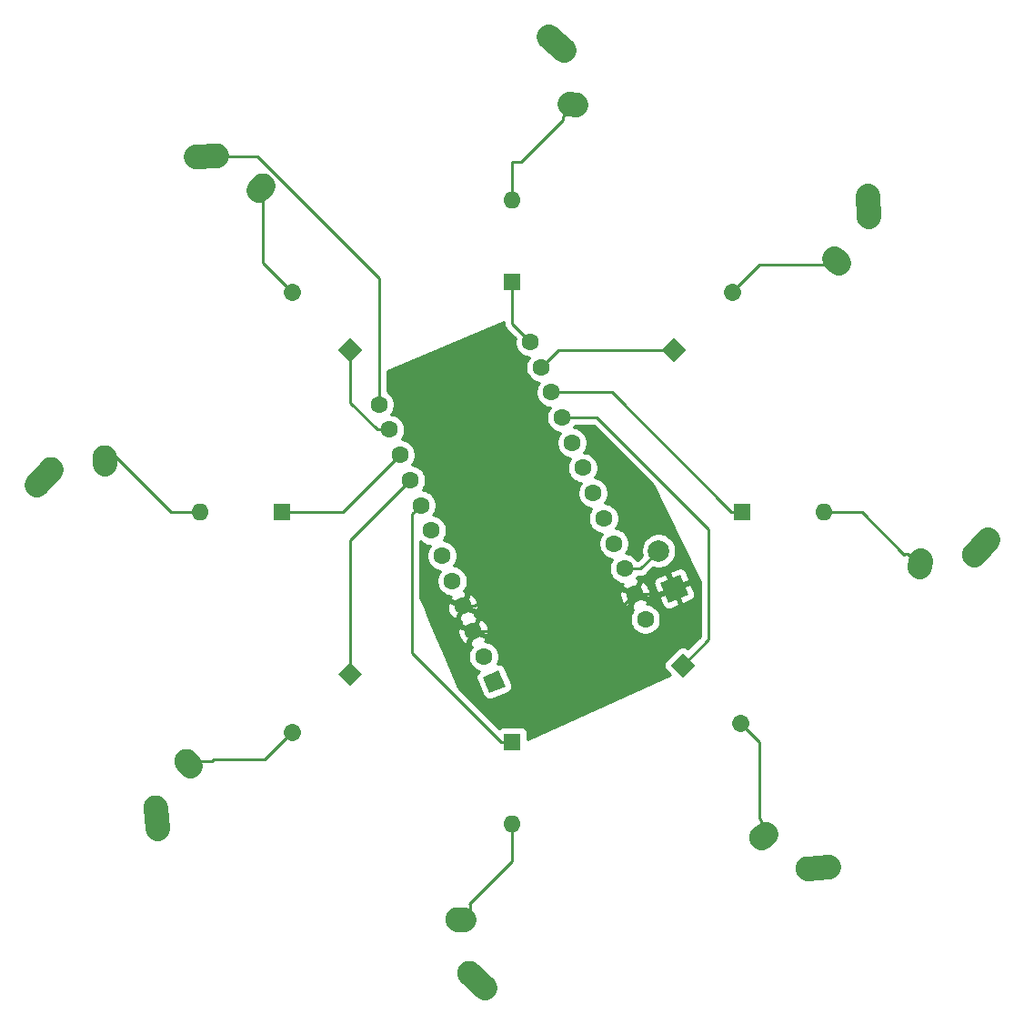
<source format=gbr>
G04 #@! TF.GenerationSoftware,KiCad,Pcbnew,(5.1.5)-3*
G04 #@! TF.CreationDate,2020-04-20T09:44:32-04:00*
G04 #@! TF.ProjectId,OctoPad,4f63746f-5061-4642-9e6b-696361645f70,rev?*
G04 #@! TF.SameCoordinates,Original*
G04 #@! TF.FileFunction,Copper,L2,Bot*
G04 #@! TF.FilePolarity,Positive*
%FSLAX46Y46*%
G04 Gerber Fmt 4.6, Leading zero omitted, Abs format (unit mm)*
G04 Created by KiCad (PCBNEW (5.1.5)-3) date 2020-04-20 09:44:32*
%MOMM*%
%LPD*%
G04 APERTURE LIST*
%ADD10C,1.998980*%
%ADD11C,0.100000*%
%ADD12C,2.250000*%
%ADD13C,2.250000*%
%ADD14C,1.600000*%
%ADD15C,1.600000*%
%ADD16O,1.600000X1.600000*%
%ADD17R,1.600000X1.600000*%
%ADD18C,0.250000*%
%ADD19C,0.254000*%
G04 APERTURE END LIST*
D10*
X173166976Y-117923769D03*
G04 #@! TA.AperFunction,ComponentPad*
D11*
G36*
X175930897Y-121984670D02*
G01*
X174084080Y-122749647D01*
X173319103Y-120902830D01*
X175165920Y-120137853D01*
X175930897Y-121984670D01*
G37*
G04 #@! TD.AperFunction*
D12*
X202525000Y-118300000D03*
D13*
X203835000Y-116840000D02*
X202524998Y-118300000D01*
D12*
X197485000Y-119380000D03*
D13*
X197525000Y-118800000D02*
X197485000Y-119380000D01*
D14*
X171929800Y-124290549D03*
X170957784Y-121943895D03*
X169985768Y-119597241D03*
X169013752Y-117250587D03*
X168041736Y-114903933D03*
X167069720Y-112557279D03*
X166097704Y-110210625D03*
X165125688Y-107863971D03*
X164153672Y-105517317D03*
X163181656Y-103170663D03*
X162209640Y-100824009D03*
X161237624Y-98477355D03*
X147157700Y-104309451D03*
X148129716Y-106656105D03*
X149101732Y-109002759D03*
X150073748Y-111349413D03*
X151045764Y-113696067D03*
X152017780Y-116042721D03*
X152989796Y-118389375D03*
X153961812Y-120736029D03*
X154933828Y-123082683D03*
X155905844Y-125429337D03*
X156877860Y-127775991D03*
G04 #@! TA.AperFunction,ComponentPad*
D11*
G36*
X158895126Y-130555602D02*
G01*
X157416919Y-131167895D01*
X156804626Y-129689688D01*
X158282833Y-129077395D01*
X158895126Y-130555602D01*
G37*
G04 #@! TD.AperFunction*
D12*
X187058090Y-147471194D03*
D13*
X189016776Y-147365128D02*
X187058090Y-147471192D01*
D12*
X182730596Y-144671051D03*
D13*
X183169003Y-144289214D02*
X182730597Y-144671052D01*
D12*
X192714944Y-86785660D03*
D13*
X192608878Y-84826974D02*
X192714942Y-86785660D01*
D12*
X189914801Y-91113154D03*
D13*
X189532964Y-90674747D02*
X189914802Y-91113153D01*
D12*
X164337500Y-71318750D03*
D13*
X162877500Y-70008750D02*
X164337500Y-71318752D01*
D12*
X165417500Y-76358750D03*
D13*
X164837500Y-76318750D02*
X165417500Y-76358750D01*
D12*
X132029410Y-81128806D03*
D13*
X130070724Y-81234872D02*
X132029410Y-81128808D01*
D12*
X136356904Y-83928949D03*
D13*
X135918497Y-84310786D02*
X136356903Y-83928948D01*
D12*
X116562500Y-110300000D03*
D13*
X115252500Y-111760000D02*
X116562502Y-110300000D01*
D12*
X121602500Y-109220000D03*
D13*
X121562500Y-109800000D02*
X121602500Y-109220000D01*
D12*
X126372556Y-141814340D03*
D13*
X126478622Y-143773026D02*
X126372558Y-141814340D01*
D12*
X129172699Y-137486846D03*
D13*
X129554536Y-137925253D02*
X129172698Y-137486847D01*
D12*
X155543750Y-157281250D03*
D13*
X157003750Y-158591250D02*
X155543750Y-157281248D01*
D12*
X154463750Y-152241250D03*
D13*
X155043750Y-152281250D02*
X154463750Y-152241250D01*
D15*
X180806904Y-133975654D02*
X180806904Y-133975654D01*
G04 #@! TA.AperFunction,ComponentPad*
D11*
G36*
X174287379Y-128587500D02*
G01*
X175418750Y-127456129D01*
X176550121Y-128587500D01*
X175418750Y-129718871D01*
X174287379Y-128587500D01*
G37*
G04 #@! TD.AperFunction*
D16*
X188595000Y-114300000D03*
D17*
X180975000Y-114300000D03*
D15*
X180013154Y-93830596D02*
X180013154Y-93830596D01*
G04 #@! TA.AperFunction,ComponentPad*
D11*
G36*
X174625000Y-100350121D02*
G01*
X173493629Y-99218750D01*
X174625000Y-98087379D01*
X175756371Y-99218750D01*
X174625000Y-100350121D01*
G37*
G04 #@! TD.AperFunction*
D16*
X159543750Y-85248750D03*
D17*
X159543750Y-92868750D03*
D15*
X139074346Y-93830596D02*
X139074346Y-93830596D01*
G04 #@! TA.AperFunction,ComponentPad*
D11*
G36*
X145593871Y-99218750D02*
G01*
X144462500Y-100350121D01*
X143331129Y-99218750D01*
X144462500Y-98087379D01*
X145593871Y-99218750D01*
G37*
G04 #@! TD.AperFunction*
D16*
X130492500Y-114300000D03*
D17*
X138112500Y-114300000D03*
D15*
X139074346Y-134769404D02*
X139074346Y-134769404D01*
G04 #@! TA.AperFunction,ComponentPad*
D11*
G36*
X144462500Y-128249879D02*
G01*
X145593871Y-129381250D01*
X144462500Y-130512621D01*
X143331129Y-129381250D01*
X144462500Y-128249879D01*
G37*
G04 #@! TD.AperFunction*
D16*
X159543750Y-143351250D03*
D17*
X159543750Y-135731250D03*
D18*
X155588749Y-151736251D02*
X155043750Y-152281250D01*
X155588749Y-150826249D02*
X155588749Y-151736251D01*
X155575000Y-150812500D02*
X155588749Y-150826249D01*
X159543750Y-146843750D02*
X155575000Y-150812500D01*
X159543750Y-143351250D02*
X159543750Y-146843750D01*
X158493750Y-135731250D02*
X150245765Y-127483265D01*
X150245765Y-114496066D02*
X151045764Y-113696067D01*
X150245765Y-127483265D02*
X150245765Y-114496066D01*
X159543750Y-135731250D02*
X158493750Y-135731250D01*
X139074346Y-134769404D02*
X136525000Y-137318750D01*
X136525000Y-137318750D02*
X131762500Y-137318750D01*
X129992943Y-137486846D02*
X129554536Y-137925253D01*
X131594404Y-137486846D02*
X129992943Y-137486846D01*
X131762500Y-137318750D02*
X131594404Y-137486846D01*
X144462500Y-116960661D02*
X150073748Y-111349413D01*
X144462500Y-129381250D02*
X144462500Y-116960661D01*
X122713750Y-109220000D02*
X121602500Y-109220000D01*
X130492500Y-114300000D02*
X127793750Y-114300000D01*
X127793750Y-114300000D02*
X122713750Y-109220000D01*
X143804491Y-114300000D02*
X149101732Y-109002759D01*
X138112500Y-114300000D02*
X143804491Y-114300000D01*
X136356904Y-91113154D02*
X136356904Y-83928949D01*
X139074346Y-93830596D02*
X136356904Y-91113154D01*
X146998346Y-106656105D02*
X148129716Y-106656105D01*
X144462500Y-104120259D02*
X146998346Y-106656105D01*
X144462500Y-99218750D02*
X144462500Y-104120259D01*
X164292501Y-77483749D02*
X165417500Y-76358750D01*
X159543750Y-85248750D02*
X159543750Y-81756250D01*
X160337500Y-81756250D02*
X164306250Y-77787500D01*
X159543750Y-81756250D02*
X160337500Y-81756250D01*
X164306250Y-77787500D02*
X164292501Y-77773751D01*
X164292501Y-77773751D02*
X164292501Y-77483749D01*
X159543750Y-96783481D02*
X161237624Y-98477355D01*
X159543750Y-92868750D02*
X159543750Y-96783481D01*
X180013154Y-93830596D02*
X182562500Y-91281250D01*
X182562500Y-91281250D02*
X184150000Y-91281250D01*
X184150000Y-91281250D02*
X186531250Y-91281250D01*
X186531250Y-91281250D02*
X187325000Y-91281250D01*
X187325000Y-91281250D02*
X188118750Y-91281250D01*
X188118750Y-91281250D02*
X188912500Y-91281250D01*
X163814899Y-99218750D02*
X162209640Y-100824009D01*
X174625000Y-99218750D02*
X163814899Y-99218750D01*
X196360001Y-118255001D02*
X197485000Y-119380000D01*
X196069999Y-118255001D02*
X196360001Y-118255001D01*
X196056250Y-118268750D02*
X196069999Y-118255001D01*
X192087500Y-114300000D02*
X196056250Y-118268750D01*
X188595000Y-114300000D02*
X192087500Y-114300000D01*
X164313026Y-103170663D02*
X163181656Y-103170663D01*
X168795663Y-103170663D02*
X164313026Y-103170663D01*
X179925000Y-114300000D02*
X168795663Y-103170663D01*
X180975000Y-114300000D02*
X179925000Y-114300000D01*
X182730596Y-143043096D02*
X182730596Y-143850807D01*
X182730596Y-143850807D02*
X183169003Y-144289214D01*
X182562500Y-142875000D02*
X182730596Y-143043096D01*
X182562500Y-135731250D02*
X182562500Y-142875000D01*
X180806904Y-133975654D02*
X182562500Y-135731250D01*
X167429817Y-105517317D02*
X164153672Y-105517317D01*
X177800000Y-115887500D02*
X167429817Y-105517317D01*
X175418750Y-128587500D02*
X177800000Y-126206250D01*
X177800000Y-126206250D02*
X177800000Y-115887500D01*
X147157700Y-103178081D02*
X147157700Y-104309451D01*
X135808829Y-81234872D02*
X147157700Y-92583743D01*
X147157700Y-92583743D02*
X147157700Y-103178081D01*
X130070724Y-81234872D02*
X135808829Y-81234872D01*
X174124855Y-121943895D02*
X174625000Y-121443750D01*
X170957784Y-121943895D02*
X174124855Y-121943895D01*
X167472342Y-125429337D02*
X170957784Y-121943895D01*
X155905844Y-125429337D02*
X167472342Y-125429337D01*
X156065198Y-123082683D02*
X156910381Y-122237500D01*
X154933828Y-123082683D02*
X156065198Y-123082683D01*
X156910381Y-122237500D02*
X164306250Y-122237500D01*
X164306250Y-122237500D02*
X167481250Y-125412500D01*
X171493504Y-119597241D02*
X173166976Y-117923769D01*
X169985768Y-119597241D02*
X171493504Y-119597241D01*
D19*
G36*
X158783751Y-96746149D02*
G01*
X158780074Y-96783481D01*
X158794748Y-96932466D01*
X158838204Y-97075727D01*
X158908776Y-97207757D01*
X158979951Y-97294483D01*
X159003750Y-97323482D01*
X159032748Y-97347280D01*
X159838936Y-98153469D01*
X159802624Y-98336020D01*
X159802624Y-98618690D01*
X159857771Y-98895929D01*
X159965944Y-99157082D01*
X160122987Y-99392114D01*
X160322865Y-99591992D01*
X160557897Y-99749035D01*
X160819050Y-99857208D01*
X161093323Y-99911765D01*
X160937960Y-100144282D01*
X160829787Y-100405435D01*
X160774640Y-100682674D01*
X160774640Y-100965344D01*
X160829787Y-101242583D01*
X160937960Y-101503736D01*
X161095003Y-101738768D01*
X161294881Y-101938646D01*
X161529913Y-102095689D01*
X161791066Y-102203862D01*
X162065339Y-102258419D01*
X161909976Y-102490936D01*
X161801803Y-102752089D01*
X161746656Y-103029328D01*
X161746656Y-103311998D01*
X161801803Y-103589237D01*
X161909976Y-103850390D01*
X162067019Y-104085422D01*
X162266897Y-104285300D01*
X162501929Y-104442343D01*
X162763082Y-104550516D01*
X163037355Y-104605073D01*
X162881992Y-104837590D01*
X162773819Y-105098743D01*
X162718672Y-105375982D01*
X162718672Y-105658652D01*
X162773819Y-105935891D01*
X162881992Y-106197044D01*
X163039035Y-106432076D01*
X163238913Y-106631954D01*
X163473945Y-106788997D01*
X163735098Y-106897170D01*
X164009371Y-106951727D01*
X163854008Y-107184244D01*
X163745835Y-107445397D01*
X163690688Y-107722636D01*
X163690688Y-108005306D01*
X163745835Y-108282545D01*
X163854008Y-108543698D01*
X164011051Y-108778730D01*
X164210929Y-108978608D01*
X164445961Y-109135651D01*
X164707114Y-109243824D01*
X164981387Y-109298381D01*
X164826024Y-109530898D01*
X164717851Y-109792051D01*
X164662704Y-110069290D01*
X164662704Y-110351960D01*
X164717851Y-110629199D01*
X164826024Y-110890352D01*
X164983067Y-111125384D01*
X165182945Y-111325262D01*
X165417977Y-111482305D01*
X165679130Y-111590478D01*
X165953403Y-111645035D01*
X165798040Y-111877552D01*
X165689867Y-112138705D01*
X165634720Y-112415944D01*
X165634720Y-112698614D01*
X165689867Y-112975853D01*
X165798040Y-113237006D01*
X165955083Y-113472038D01*
X166154961Y-113671916D01*
X166389993Y-113828959D01*
X166651146Y-113937132D01*
X166925419Y-113991689D01*
X166770056Y-114224206D01*
X166661883Y-114485359D01*
X166606736Y-114762598D01*
X166606736Y-115045268D01*
X166661883Y-115322507D01*
X166770056Y-115583660D01*
X166927099Y-115818692D01*
X167126977Y-116018570D01*
X167362009Y-116175613D01*
X167623162Y-116283786D01*
X167897435Y-116338343D01*
X167742072Y-116570860D01*
X167633899Y-116832013D01*
X167578752Y-117109252D01*
X167578752Y-117391922D01*
X167633899Y-117669161D01*
X167742072Y-117930314D01*
X167899115Y-118165346D01*
X168098993Y-118365224D01*
X168334025Y-118522267D01*
X168595178Y-118630440D01*
X168869451Y-118684997D01*
X168714088Y-118917514D01*
X168605915Y-119178667D01*
X168550768Y-119455906D01*
X168550768Y-119738576D01*
X168605915Y-120015815D01*
X168714088Y-120276968D01*
X168871131Y-120512000D01*
X169071009Y-120711878D01*
X169306041Y-120868921D01*
X169567194Y-120977094D01*
X169843083Y-121031972D01*
X169799461Y-121085125D01*
X169826689Y-121337917D01*
X170416510Y-121582229D01*
X170764035Y-121929754D01*
X170818626Y-121875163D01*
X171123717Y-121875163D01*
X172186080Y-122315208D01*
X172384084Y-122155711D01*
X172398001Y-121873384D01*
X172356572Y-121593766D01*
X172261388Y-121327603D01*
X172116106Y-121085125D01*
X171950940Y-120902830D01*
X172681031Y-120902830D01*
X172693291Y-121027311D01*
X172729602Y-121147009D01*
X173005576Y-121805244D01*
X173212993Y-121891159D01*
X174127199Y-121512482D01*
X174790933Y-121512482D01*
X175307074Y-122758555D01*
X175514491Y-122844470D01*
X176175076Y-122574172D01*
X176285391Y-122515208D01*
X176382082Y-122435855D01*
X176461434Y-122339163D01*
X176520398Y-122228850D01*
X176556708Y-122109152D01*
X176568969Y-121984670D01*
X176556709Y-121860189D01*
X176520398Y-121740491D01*
X176244424Y-121082256D01*
X176037007Y-120996341D01*
X174790933Y-121512482D01*
X174127199Y-121512482D01*
X174459067Y-121375018D01*
X173942926Y-120128945D01*
X173735509Y-120043030D01*
X173074924Y-120313328D01*
X172964609Y-120372292D01*
X172867918Y-120451645D01*
X172788566Y-120548337D01*
X172729602Y-120658650D01*
X172693292Y-120778348D01*
X172681031Y-120902830D01*
X171950940Y-120902830D01*
X171926311Y-120875648D01*
X171816554Y-120785572D01*
X171563762Y-120812800D01*
X171123717Y-121875163D01*
X170818626Y-121875163D01*
X170943643Y-121750146D01*
X170913188Y-121719691D01*
X171329097Y-120715599D01*
X171169600Y-120517595D01*
X171098323Y-120514082D01*
X171100405Y-120512000D01*
X171203811Y-120357241D01*
X171456182Y-120357241D01*
X171493504Y-120360917D01*
X171530826Y-120357241D01*
X171530837Y-120357241D01*
X171642490Y-120346244D01*
X171785751Y-120302787D01*
X171917780Y-120232215D01*
X172033505Y-120137242D01*
X172057308Y-120108238D01*
X172133803Y-120031743D01*
X174177591Y-120031743D01*
X174693732Y-121277817D01*
X175939805Y-120761676D01*
X176025720Y-120554259D01*
X175755422Y-119893674D01*
X175696458Y-119783359D01*
X175617105Y-119686668D01*
X175520413Y-119607316D01*
X175410100Y-119548352D01*
X175290402Y-119512042D01*
X175165920Y-119499781D01*
X175041439Y-119512041D01*
X174921741Y-119548352D01*
X174263506Y-119824326D01*
X174177591Y-120031743D01*
X172133803Y-120031743D01*
X172675991Y-119489556D01*
X172690213Y-119495447D01*
X173005993Y-119558259D01*
X173327959Y-119558259D01*
X173643739Y-119495447D01*
X173941198Y-119372236D01*
X174208903Y-119193361D01*
X174436568Y-118965696D01*
X174615443Y-118697991D01*
X174738654Y-118400532D01*
X174801466Y-118084752D01*
X174801466Y-117762786D01*
X174738654Y-117447006D01*
X174615443Y-117149547D01*
X174436568Y-116881842D01*
X174208903Y-116654177D01*
X173941198Y-116475302D01*
X173643739Y-116352091D01*
X173327959Y-116289279D01*
X173005993Y-116289279D01*
X172690213Y-116352091D01*
X172392754Y-116475302D01*
X172125049Y-116654177D01*
X171897384Y-116881842D01*
X171718509Y-117149547D01*
X171595298Y-117447006D01*
X171532486Y-117762786D01*
X171532486Y-118084752D01*
X171595298Y-118400532D01*
X171601189Y-118414754D01*
X171193754Y-118822189D01*
X171100405Y-118682482D01*
X170900527Y-118482604D01*
X170665495Y-118325561D01*
X170404342Y-118217388D01*
X170130069Y-118162831D01*
X170285432Y-117930314D01*
X170393605Y-117669161D01*
X170448752Y-117391922D01*
X170448752Y-117109252D01*
X170393605Y-116832013D01*
X170285432Y-116570860D01*
X170128389Y-116335828D01*
X169928511Y-116135950D01*
X169693479Y-115978907D01*
X169432326Y-115870734D01*
X169158053Y-115816177D01*
X169313416Y-115583660D01*
X169421589Y-115322507D01*
X169476736Y-115045268D01*
X169476736Y-114762598D01*
X169421589Y-114485359D01*
X169313416Y-114224206D01*
X169156373Y-113989174D01*
X168956495Y-113789296D01*
X168721463Y-113632253D01*
X168460310Y-113524080D01*
X168186037Y-113469523D01*
X168341400Y-113237006D01*
X168449573Y-112975853D01*
X168504720Y-112698614D01*
X168504720Y-112415944D01*
X168449573Y-112138705D01*
X168341400Y-111877552D01*
X168184357Y-111642520D01*
X167984479Y-111442642D01*
X167749447Y-111285599D01*
X167488294Y-111177426D01*
X167214021Y-111122869D01*
X167369384Y-110890352D01*
X167477557Y-110629199D01*
X167532704Y-110351960D01*
X167532704Y-110069290D01*
X167477557Y-109792051D01*
X167369384Y-109530898D01*
X167212341Y-109295866D01*
X167012463Y-109095988D01*
X166777431Y-108938945D01*
X166516278Y-108830772D01*
X166242005Y-108776215D01*
X166397368Y-108543698D01*
X166505541Y-108282545D01*
X166560688Y-108005306D01*
X166560688Y-107722636D01*
X166505541Y-107445397D01*
X166397368Y-107184244D01*
X166240325Y-106949212D01*
X166040447Y-106749334D01*
X165805415Y-106592291D01*
X165544262Y-106484118D01*
X165269989Y-106429561D01*
X165371715Y-106277317D01*
X167115016Y-106277317D01*
X172613514Y-111775816D01*
X177040001Y-120850114D01*
X177040000Y-125891448D01*
X175898220Y-127033229D01*
X175869935Y-127004944D01*
X175773244Y-126925592D01*
X175662930Y-126866627D01*
X175543232Y-126830317D01*
X175418750Y-126818057D01*
X175294268Y-126830317D01*
X175174570Y-126866627D01*
X175064256Y-126925592D01*
X174967565Y-127004944D01*
X173836194Y-128136315D01*
X173756842Y-128233006D01*
X173697877Y-128343320D01*
X173661567Y-128463018D01*
X173649307Y-128587500D01*
X173661567Y-128711982D01*
X173697877Y-128831680D01*
X173756842Y-128941994D01*
X173836194Y-129038685D01*
X174296378Y-129498869D01*
X160981822Y-135467463D01*
X160981822Y-134931250D01*
X160969562Y-134806768D01*
X160933252Y-134687070D01*
X160874287Y-134576756D01*
X160794935Y-134480065D01*
X160698244Y-134400713D01*
X160587930Y-134341748D01*
X160468232Y-134305438D01*
X160343750Y-134293178D01*
X158743750Y-134293178D01*
X158619268Y-134305438D01*
X158499570Y-134341748D01*
X158389256Y-134400713D01*
X158306187Y-134468885D01*
X154523950Y-130686648D01*
X153246373Y-127634656D01*
X155442860Y-127634656D01*
X155442860Y-127917326D01*
X155498007Y-128194565D01*
X155606180Y-128455718D01*
X155763223Y-128690750D01*
X155963101Y-128890628D01*
X156198133Y-129047671D01*
X156457613Y-129155151D01*
X156450132Y-129159150D01*
X156353441Y-129238503D01*
X156274089Y-129335194D01*
X156215124Y-129445508D01*
X156178814Y-129565206D01*
X156166554Y-129689688D01*
X156178814Y-129814170D01*
X156215124Y-129933867D01*
X156827417Y-131412074D01*
X156886381Y-131522389D01*
X156965734Y-131619080D01*
X157062425Y-131698432D01*
X157172739Y-131757397D01*
X157292437Y-131793707D01*
X157416919Y-131805967D01*
X157541401Y-131793707D01*
X157661098Y-131757397D01*
X159139305Y-131145104D01*
X159249620Y-131086140D01*
X159346311Y-131006787D01*
X159425663Y-130910096D01*
X159484628Y-130799782D01*
X159520938Y-130680084D01*
X159533198Y-130555602D01*
X159520938Y-130431120D01*
X159484628Y-130311423D01*
X158872335Y-128833216D01*
X158813371Y-128722901D01*
X158734018Y-128626210D01*
X158637327Y-128546858D01*
X158527013Y-128487893D01*
X158407315Y-128451583D01*
X158282833Y-128439323D01*
X158158351Y-128451583D01*
X158150233Y-128454046D01*
X158257713Y-128194565D01*
X158312860Y-127917326D01*
X158312860Y-127634656D01*
X158257713Y-127357417D01*
X158149540Y-127096264D01*
X157992497Y-126861232D01*
X157792619Y-126661354D01*
X157557587Y-126504311D01*
X157296434Y-126396138D01*
X157020545Y-126341260D01*
X157064167Y-126288107D01*
X157036939Y-126035315D01*
X156447118Y-125791003D01*
X156099593Y-125443478D01*
X155919985Y-125623086D01*
X155950440Y-125653541D01*
X155534531Y-126657633D01*
X155694028Y-126855637D01*
X155765305Y-126859150D01*
X155763223Y-126861232D01*
X155606180Y-127096264D01*
X155498007Y-127357417D01*
X155442860Y-127634656D01*
X153246373Y-127634656D01*
X152352732Y-125499848D01*
X154465627Y-125499848D01*
X154507056Y-125779466D01*
X154602240Y-126045629D01*
X154747522Y-126288107D01*
X154937317Y-126497584D01*
X155047074Y-126587660D01*
X155299866Y-126560432D01*
X155739911Y-125498069D01*
X154677548Y-125058024D01*
X154479544Y-125217521D01*
X154465627Y-125499848D01*
X152352732Y-125499848D01*
X151855066Y-124310979D01*
X154562515Y-124310979D01*
X154722012Y-124508983D01*
X154795105Y-124512586D01*
X154747521Y-124570567D01*
X154774749Y-124823359D01*
X155364570Y-125067671D01*
X155712095Y-125415196D01*
X155766686Y-125360605D01*
X156071777Y-125360605D01*
X157134140Y-125800650D01*
X157332144Y-125641153D01*
X157346061Y-125358826D01*
X157304632Y-125079208D01*
X157209448Y-124813045D01*
X157064166Y-124570567D01*
X156874371Y-124361090D01*
X156764614Y-124271014D01*
X156511822Y-124298242D01*
X156071777Y-125360605D01*
X155766686Y-125360605D01*
X155891703Y-125235588D01*
X155861248Y-125205133D01*
X156277157Y-124201041D01*
X156235410Y-124149214D01*
X170494800Y-124149214D01*
X170494800Y-124431884D01*
X170549947Y-124709123D01*
X170658120Y-124970276D01*
X170815163Y-125205308D01*
X171015041Y-125405186D01*
X171250073Y-125562229D01*
X171511226Y-125670402D01*
X171788465Y-125725549D01*
X172071135Y-125725549D01*
X172348374Y-125670402D01*
X172609527Y-125562229D01*
X172844559Y-125405186D01*
X173044437Y-125205308D01*
X173201480Y-124970276D01*
X173309653Y-124709123D01*
X173364800Y-124431884D01*
X173364800Y-124149214D01*
X173309653Y-123871975D01*
X173201480Y-123610822D01*
X173044437Y-123375790D01*
X172844559Y-123175912D01*
X172609527Y-123018869D01*
X172348374Y-122910696D01*
X172072485Y-122855818D01*
X172116107Y-122802665D01*
X172088879Y-122549873D01*
X171565884Y-122333241D01*
X173224280Y-122333241D01*
X173494578Y-122993826D01*
X173553542Y-123104141D01*
X173632895Y-123200832D01*
X173729587Y-123280184D01*
X173839900Y-123339148D01*
X173959598Y-123375458D01*
X174084080Y-123387719D01*
X174208561Y-123375459D01*
X174328259Y-123339148D01*
X174986494Y-123063174D01*
X175072409Y-122855757D01*
X174556268Y-121609683D01*
X173310195Y-122125824D01*
X173224280Y-122333241D01*
X171565884Y-122333241D01*
X171499058Y-122305561D01*
X171151533Y-121958036D01*
X170971925Y-122137644D01*
X171002380Y-122168099D01*
X170586471Y-123172191D01*
X170745968Y-123370195D01*
X170817245Y-123373708D01*
X170815163Y-123375790D01*
X170658120Y-123610822D01*
X170549947Y-123871975D01*
X170494800Y-124149214D01*
X156235410Y-124149214D01*
X156117660Y-124003037D01*
X156044567Y-123999434D01*
X156092151Y-123941453D01*
X156064923Y-123688661D01*
X155475102Y-123444349D01*
X155127577Y-123096824D01*
X154947969Y-123276432D01*
X154978424Y-123306887D01*
X154562515Y-124310979D01*
X151855066Y-124310979D01*
X151370411Y-123153194D01*
X153493611Y-123153194D01*
X153535040Y-123432812D01*
X153630224Y-123698975D01*
X153775506Y-123941453D01*
X153965301Y-124150930D01*
X154075058Y-124241006D01*
X154327850Y-124213778D01*
X154767895Y-123151415D01*
X153705532Y-122711370D01*
X153507528Y-122870867D01*
X153493611Y-123153194D01*
X151370411Y-123153194D01*
X151005765Y-122282096D01*
X151005765Y-117060102D01*
X151103021Y-117157358D01*
X151338053Y-117314401D01*
X151599206Y-117422574D01*
X151873479Y-117477131D01*
X151718116Y-117709648D01*
X151609943Y-117970801D01*
X151554796Y-118248040D01*
X151554796Y-118530710D01*
X151609943Y-118807949D01*
X151718116Y-119069102D01*
X151875159Y-119304134D01*
X152075037Y-119504012D01*
X152310069Y-119661055D01*
X152571222Y-119769228D01*
X152845495Y-119823785D01*
X152690132Y-120056302D01*
X152581959Y-120317455D01*
X152526812Y-120594694D01*
X152526812Y-120877364D01*
X152581959Y-121154603D01*
X152690132Y-121415756D01*
X152847175Y-121650788D01*
X153047053Y-121850666D01*
X153282085Y-122007709D01*
X153543238Y-122115882D01*
X153819127Y-122170760D01*
X153775505Y-122223913D01*
X153802733Y-122476705D01*
X154392554Y-122721017D01*
X154740079Y-123068542D01*
X154794670Y-123013951D01*
X155099761Y-123013951D01*
X156162124Y-123453996D01*
X156360128Y-123294499D01*
X156374045Y-123012172D01*
X156332616Y-122732554D01*
X156237432Y-122466391D01*
X156092150Y-122223913D01*
X155902355Y-122014436D01*
X155902319Y-122014406D01*
X169517567Y-122014406D01*
X169558996Y-122294024D01*
X169654180Y-122560187D01*
X169799462Y-122802665D01*
X169989257Y-123012142D01*
X170099014Y-123102218D01*
X170351806Y-123074990D01*
X170791851Y-122012627D01*
X169729488Y-121572582D01*
X169531484Y-121732079D01*
X169517567Y-122014406D01*
X155902319Y-122014406D01*
X155792598Y-121924360D01*
X155539806Y-121951588D01*
X155099761Y-123013951D01*
X154794670Y-123013951D01*
X154919687Y-122888934D01*
X154889232Y-122858479D01*
X155305141Y-121854387D01*
X155145644Y-121656383D01*
X155074367Y-121652870D01*
X155076449Y-121650788D01*
X155233492Y-121415756D01*
X155341665Y-121154603D01*
X155396812Y-120877364D01*
X155396812Y-120594694D01*
X155341665Y-120317455D01*
X155233492Y-120056302D01*
X155076449Y-119821270D01*
X154876571Y-119621392D01*
X154641539Y-119464349D01*
X154380386Y-119356176D01*
X154106113Y-119301619D01*
X154261476Y-119069102D01*
X154369649Y-118807949D01*
X154424796Y-118530710D01*
X154424796Y-118248040D01*
X154369649Y-117970801D01*
X154261476Y-117709648D01*
X154104433Y-117474616D01*
X153904555Y-117274738D01*
X153669523Y-117117695D01*
X153408370Y-117009522D01*
X153134097Y-116954965D01*
X153289460Y-116722448D01*
X153397633Y-116461295D01*
X153452780Y-116184056D01*
X153452780Y-115901386D01*
X153397633Y-115624147D01*
X153289460Y-115362994D01*
X153132417Y-115127962D01*
X152932539Y-114928084D01*
X152697507Y-114771041D01*
X152436354Y-114662868D01*
X152162081Y-114608311D01*
X152317444Y-114375794D01*
X152425617Y-114114641D01*
X152480764Y-113837402D01*
X152480764Y-113554732D01*
X152425617Y-113277493D01*
X152317444Y-113016340D01*
X152160401Y-112781308D01*
X151960523Y-112581430D01*
X151725491Y-112424387D01*
X151464338Y-112316214D01*
X151190065Y-112261657D01*
X151345428Y-112029140D01*
X151453601Y-111767987D01*
X151508748Y-111490748D01*
X151508748Y-111208078D01*
X151453601Y-110930839D01*
X151345428Y-110669686D01*
X151188385Y-110434654D01*
X150988507Y-110234776D01*
X150753475Y-110077733D01*
X150492322Y-109969560D01*
X150218049Y-109915003D01*
X150373412Y-109682486D01*
X150481585Y-109421333D01*
X150536732Y-109144094D01*
X150536732Y-108861424D01*
X150481585Y-108584185D01*
X150373412Y-108323032D01*
X150216369Y-108088000D01*
X150016491Y-107888122D01*
X149781459Y-107731079D01*
X149520306Y-107622906D01*
X149246033Y-107568349D01*
X149401396Y-107335832D01*
X149509569Y-107074679D01*
X149564716Y-106797440D01*
X149564716Y-106514770D01*
X149509569Y-106237531D01*
X149401396Y-105976378D01*
X149244353Y-105741346D01*
X149044475Y-105541468D01*
X148809443Y-105384425D01*
X148548290Y-105276252D01*
X148274017Y-105221695D01*
X148429380Y-104989178D01*
X148537553Y-104728025D01*
X148592700Y-104450786D01*
X148592700Y-104168116D01*
X148537553Y-103890877D01*
X148429380Y-103629724D01*
X148272337Y-103394692D01*
X148072459Y-103194814D01*
X147917700Y-103091408D01*
X147917700Y-101191948D01*
X158783751Y-96594773D01*
X158783751Y-96746149D01*
G37*
X158783751Y-96746149D02*
X158780074Y-96783481D01*
X158794748Y-96932466D01*
X158838204Y-97075727D01*
X158908776Y-97207757D01*
X158979951Y-97294483D01*
X159003750Y-97323482D01*
X159032748Y-97347280D01*
X159838936Y-98153469D01*
X159802624Y-98336020D01*
X159802624Y-98618690D01*
X159857771Y-98895929D01*
X159965944Y-99157082D01*
X160122987Y-99392114D01*
X160322865Y-99591992D01*
X160557897Y-99749035D01*
X160819050Y-99857208D01*
X161093323Y-99911765D01*
X160937960Y-100144282D01*
X160829787Y-100405435D01*
X160774640Y-100682674D01*
X160774640Y-100965344D01*
X160829787Y-101242583D01*
X160937960Y-101503736D01*
X161095003Y-101738768D01*
X161294881Y-101938646D01*
X161529913Y-102095689D01*
X161791066Y-102203862D01*
X162065339Y-102258419D01*
X161909976Y-102490936D01*
X161801803Y-102752089D01*
X161746656Y-103029328D01*
X161746656Y-103311998D01*
X161801803Y-103589237D01*
X161909976Y-103850390D01*
X162067019Y-104085422D01*
X162266897Y-104285300D01*
X162501929Y-104442343D01*
X162763082Y-104550516D01*
X163037355Y-104605073D01*
X162881992Y-104837590D01*
X162773819Y-105098743D01*
X162718672Y-105375982D01*
X162718672Y-105658652D01*
X162773819Y-105935891D01*
X162881992Y-106197044D01*
X163039035Y-106432076D01*
X163238913Y-106631954D01*
X163473945Y-106788997D01*
X163735098Y-106897170D01*
X164009371Y-106951727D01*
X163854008Y-107184244D01*
X163745835Y-107445397D01*
X163690688Y-107722636D01*
X163690688Y-108005306D01*
X163745835Y-108282545D01*
X163854008Y-108543698D01*
X164011051Y-108778730D01*
X164210929Y-108978608D01*
X164445961Y-109135651D01*
X164707114Y-109243824D01*
X164981387Y-109298381D01*
X164826024Y-109530898D01*
X164717851Y-109792051D01*
X164662704Y-110069290D01*
X164662704Y-110351960D01*
X164717851Y-110629199D01*
X164826024Y-110890352D01*
X164983067Y-111125384D01*
X165182945Y-111325262D01*
X165417977Y-111482305D01*
X165679130Y-111590478D01*
X165953403Y-111645035D01*
X165798040Y-111877552D01*
X165689867Y-112138705D01*
X165634720Y-112415944D01*
X165634720Y-112698614D01*
X165689867Y-112975853D01*
X165798040Y-113237006D01*
X165955083Y-113472038D01*
X166154961Y-113671916D01*
X166389993Y-113828959D01*
X166651146Y-113937132D01*
X166925419Y-113991689D01*
X166770056Y-114224206D01*
X166661883Y-114485359D01*
X166606736Y-114762598D01*
X166606736Y-115045268D01*
X166661883Y-115322507D01*
X166770056Y-115583660D01*
X166927099Y-115818692D01*
X167126977Y-116018570D01*
X167362009Y-116175613D01*
X167623162Y-116283786D01*
X167897435Y-116338343D01*
X167742072Y-116570860D01*
X167633899Y-116832013D01*
X167578752Y-117109252D01*
X167578752Y-117391922D01*
X167633899Y-117669161D01*
X167742072Y-117930314D01*
X167899115Y-118165346D01*
X168098993Y-118365224D01*
X168334025Y-118522267D01*
X168595178Y-118630440D01*
X168869451Y-118684997D01*
X168714088Y-118917514D01*
X168605915Y-119178667D01*
X168550768Y-119455906D01*
X168550768Y-119738576D01*
X168605915Y-120015815D01*
X168714088Y-120276968D01*
X168871131Y-120512000D01*
X169071009Y-120711878D01*
X169306041Y-120868921D01*
X169567194Y-120977094D01*
X169843083Y-121031972D01*
X169799461Y-121085125D01*
X169826689Y-121337917D01*
X170416510Y-121582229D01*
X170764035Y-121929754D01*
X170818626Y-121875163D01*
X171123717Y-121875163D01*
X172186080Y-122315208D01*
X172384084Y-122155711D01*
X172398001Y-121873384D01*
X172356572Y-121593766D01*
X172261388Y-121327603D01*
X172116106Y-121085125D01*
X171950940Y-120902830D01*
X172681031Y-120902830D01*
X172693291Y-121027311D01*
X172729602Y-121147009D01*
X173005576Y-121805244D01*
X173212993Y-121891159D01*
X174127199Y-121512482D01*
X174790933Y-121512482D01*
X175307074Y-122758555D01*
X175514491Y-122844470D01*
X176175076Y-122574172D01*
X176285391Y-122515208D01*
X176382082Y-122435855D01*
X176461434Y-122339163D01*
X176520398Y-122228850D01*
X176556708Y-122109152D01*
X176568969Y-121984670D01*
X176556709Y-121860189D01*
X176520398Y-121740491D01*
X176244424Y-121082256D01*
X176037007Y-120996341D01*
X174790933Y-121512482D01*
X174127199Y-121512482D01*
X174459067Y-121375018D01*
X173942926Y-120128945D01*
X173735509Y-120043030D01*
X173074924Y-120313328D01*
X172964609Y-120372292D01*
X172867918Y-120451645D01*
X172788566Y-120548337D01*
X172729602Y-120658650D01*
X172693292Y-120778348D01*
X172681031Y-120902830D01*
X171950940Y-120902830D01*
X171926311Y-120875648D01*
X171816554Y-120785572D01*
X171563762Y-120812800D01*
X171123717Y-121875163D01*
X170818626Y-121875163D01*
X170943643Y-121750146D01*
X170913188Y-121719691D01*
X171329097Y-120715599D01*
X171169600Y-120517595D01*
X171098323Y-120514082D01*
X171100405Y-120512000D01*
X171203811Y-120357241D01*
X171456182Y-120357241D01*
X171493504Y-120360917D01*
X171530826Y-120357241D01*
X171530837Y-120357241D01*
X171642490Y-120346244D01*
X171785751Y-120302787D01*
X171917780Y-120232215D01*
X172033505Y-120137242D01*
X172057308Y-120108238D01*
X172133803Y-120031743D01*
X174177591Y-120031743D01*
X174693732Y-121277817D01*
X175939805Y-120761676D01*
X176025720Y-120554259D01*
X175755422Y-119893674D01*
X175696458Y-119783359D01*
X175617105Y-119686668D01*
X175520413Y-119607316D01*
X175410100Y-119548352D01*
X175290402Y-119512042D01*
X175165920Y-119499781D01*
X175041439Y-119512041D01*
X174921741Y-119548352D01*
X174263506Y-119824326D01*
X174177591Y-120031743D01*
X172133803Y-120031743D01*
X172675991Y-119489556D01*
X172690213Y-119495447D01*
X173005993Y-119558259D01*
X173327959Y-119558259D01*
X173643739Y-119495447D01*
X173941198Y-119372236D01*
X174208903Y-119193361D01*
X174436568Y-118965696D01*
X174615443Y-118697991D01*
X174738654Y-118400532D01*
X174801466Y-118084752D01*
X174801466Y-117762786D01*
X174738654Y-117447006D01*
X174615443Y-117149547D01*
X174436568Y-116881842D01*
X174208903Y-116654177D01*
X173941198Y-116475302D01*
X173643739Y-116352091D01*
X173327959Y-116289279D01*
X173005993Y-116289279D01*
X172690213Y-116352091D01*
X172392754Y-116475302D01*
X172125049Y-116654177D01*
X171897384Y-116881842D01*
X171718509Y-117149547D01*
X171595298Y-117447006D01*
X171532486Y-117762786D01*
X171532486Y-118084752D01*
X171595298Y-118400532D01*
X171601189Y-118414754D01*
X171193754Y-118822189D01*
X171100405Y-118682482D01*
X170900527Y-118482604D01*
X170665495Y-118325561D01*
X170404342Y-118217388D01*
X170130069Y-118162831D01*
X170285432Y-117930314D01*
X170393605Y-117669161D01*
X170448752Y-117391922D01*
X170448752Y-117109252D01*
X170393605Y-116832013D01*
X170285432Y-116570860D01*
X170128389Y-116335828D01*
X169928511Y-116135950D01*
X169693479Y-115978907D01*
X169432326Y-115870734D01*
X169158053Y-115816177D01*
X169313416Y-115583660D01*
X169421589Y-115322507D01*
X169476736Y-115045268D01*
X169476736Y-114762598D01*
X169421589Y-114485359D01*
X169313416Y-114224206D01*
X169156373Y-113989174D01*
X168956495Y-113789296D01*
X168721463Y-113632253D01*
X168460310Y-113524080D01*
X168186037Y-113469523D01*
X168341400Y-113237006D01*
X168449573Y-112975853D01*
X168504720Y-112698614D01*
X168504720Y-112415944D01*
X168449573Y-112138705D01*
X168341400Y-111877552D01*
X168184357Y-111642520D01*
X167984479Y-111442642D01*
X167749447Y-111285599D01*
X167488294Y-111177426D01*
X167214021Y-111122869D01*
X167369384Y-110890352D01*
X167477557Y-110629199D01*
X167532704Y-110351960D01*
X167532704Y-110069290D01*
X167477557Y-109792051D01*
X167369384Y-109530898D01*
X167212341Y-109295866D01*
X167012463Y-109095988D01*
X166777431Y-108938945D01*
X166516278Y-108830772D01*
X166242005Y-108776215D01*
X166397368Y-108543698D01*
X166505541Y-108282545D01*
X166560688Y-108005306D01*
X166560688Y-107722636D01*
X166505541Y-107445397D01*
X166397368Y-107184244D01*
X166240325Y-106949212D01*
X166040447Y-106749334D01*
X165805415Y-106592291D01*
X165544262Y-106484118D01*
X165269989Y-106429561D01*
X165371715Y-106277317D01*
X167115016Y-106277317D01*
X172613514Y-111775816D01*
X177040001Y-120850114D01*
X177040000Y-125891448D01*
X175898220Y-127033229D01*
X175869935Y-127004944D01*
X175773244Y-126925592D01*
X175662930Y-126866627D01*
X175543232Y-126830317D01*
X175418750Y-126818057D01*
X175294268Y-126830317D01*
X175174570Y-126866627D01*
X175064256Y-126925592D01*
X174967565Y-127004944D01*
X173836194Y-128136315D01*
X173756842Y-128233006D01*
X173697877Y-128343320D01*
X173661567Y-128463018D01*
X173649307Y-128587500D01*
X173661567Y-128711982D01*
X173697877Y-128831680D01*
X173756842Y-128941994D01*
X173836194Y-129038685D01*
X174296378Y-129498869D01*
X160981822Y-135467463D01*
X160981822Y-134931250D01*
X160969562Y-134806768D01*
X160933252Y-134687070D01*
X160874287Y-134576756D01*
X160794935Y-134480065D01*
X160698244Y-134400713D01*
X160587930Y-134341748D01*
X160468232Y-134305438D01*
X160343750Y-134293178D01*
X158743750Y-134293178D01*
X158619268Y-134305438D01*
X158499570Y-134341748D01*
X158389256Y-134400713D01*
X158306187Y-134468885D01*
X154523950Y-130686648D01*
X153246373Y-127634656D01*
X155442860Y-127634656D01*
X155442860Y-127917326D01*
X155498007Y-128194565D01*
X155606180Y-128455718D01*
X155763223Y-128690750D01*
X155963101Y-128890628D01*
X156198133Y-129047671D01*
X156457613Y-129155151D01*
X156450132Y-129159150D01*
X156353441Y-129238503D01*
X156274089Y-129335194D01*
X156215124Y-129445508D01*
X156178814Y-129565206D01*
X156166554Y-129689688D01*
X156178814Y-129814170D01*
X156215124Y-129933867D01*
X156827417Y-131412074D01*
X156886381Y-131522389D01*
X156965734Y-131619080D01*
X157062425Y-131698432D01*
X157172739Y-131757397D01*
X157292437Y-131793707D01*
X157416919Y-131805967D01*
X157541401Y-131793707D01*
X157661098Y-131757397D01*
X159139305Y-131145104D01*
X159249620Y-131086140D01*
X159346311Y-131006787D01*
X159425663Y-130910096D01*
X159484628Y-130799782D01*
X159520938Y-130680084D01*
X159533198Y-130555602D01*
X159520938Y-130431120D01*
X159484628Y-130311423D01*
X158872335Y-128833216D01*
X158813371Y-128722901D01*
X158734018Y-128626210D01*
X158637327Y-128546858D01*
X158527013Y-128487893D01*
X158407315Y-128451583D01*
X158282833Y-128439323D01*
X158158351Y-128451583D01*
X158150233Y-128454046D01*
X158257713Y-128194565D01*
X158312860Y-127917326D01*
X158312860Y-127634656D01*
X158257713Y-127357417D01*
X158149540Y-127096264D01*
X157992497Y-126861232D01*
X157792619Y-126661354D01*
X157557587Y-126504311D01*
X157296434Y-126396138D01*
X157020545Y-126341260D01*
X157064167Y-126288107D01*
X157036939Y-126035315D01*
X156447118Y-125791003D01*
X156099593Y-125443478D01*
X155919985Y-125623086D01*
X155950440Y-125653541D01*
X155534531Y-126657633D01*
X155694028Y-126855637D01*
X155765305Y-126859150D01*
X155763223Y-126861232D01*
X155606180Y-127096264D01*
X155498007Y-127357417D01*
X155442860Y-127634656D01*
X153246373Y-127634656D01*
X152352732Y-125499848D01*
X154465627Y-125499848D01*
X154507056Y-125779466D01*
X154602240Y-126045629D01*
X154747522Y-126288107D01*
X154937317Y-126497584D01*
X155047074Y-126587660D01*
X155299866Y-126560432D01*
X155739911Y-125498069D01*
X154677548Y-125058024D01*
X154479544Y-125217521D01*
X154465627Y-125499848D01*
X152352732Y-125499848D01*
X151855066Y-124310979D01*
X154562515Y-124310979D01*
X154722012Y-124508983D01*
X154795105Y-124512586D01*
X154747521Y-124570567D01*
X154774749Y-124823359D01*
X155364570Y-125067671D01*
X155712095Y-125415196D01*
X155766686Y-125360605D01*
X156071777Y-125360605D01*
X157134140Y-125800650D01*
X157332144Y-125641153D01*
X157346061Y-125358826D01*
X157304632Y-125079208D01*
X157209448Y-124813045D01*
X157064166Y-124570567D01*
X156874371Y-124361090D01*
X156764614Y-124271014D01*
X156511822Y-124298242D01*
X156071777Y-125360605D01*
X155766686Y-125360605D01*
X155891703Y-125235588D01*
X155861248Y-125205133D01*
X156277157Y-124201041D01*
X156235410Y-124149214D01*
X170494800Y-124149214D01*
X170494800Y-124431884D01*
X170549947Y-124709123D01*
X170658120Y-124970276D01*
X170815163Y-125205308D01*
X171015041Y-125405186D01*
X171250073Y-125562229D01*
X171511226Y-125670402D01*
X171788465Y-125725549D01*
X172071135Y-125725549D01*
X172348374Y-125670402D01*
X172609527Y-125562229D01*
X172844559Y-125405186D01*
X173044437Y-125205308D01*
X173201480Y-124970276D01*
X173309653Y-124709123D01*
X173364800Y-124431884D01*
X173364800Y-124149214D01*
X173309653Y-123871975D01*
X173201480Y-123610822D01*
X173044437Y-123375790D01*
X172844559Y-123175912D01*
X172609527Y-123018869D01*
X172348374Y-122910696D01*
X172072485Y-122855818D01*
X172116107Y-122802665D01*
X172088879Y-122549873D01*
X171565884Y-122333241D01*
X173224280Y-122333241D01*
X173494578Y-122993826D01*
X173553542Y-123104141D01*
X173632895Y-123200832D01*
X173729587Y-123280184D01*
X173839900Y-123339148D01*
X173959598Y-123375458D01*
X174084080Y-123387719D01*
X174208561Y-123375459D01*
X174328259Y-123339148D01*
X174986494Y-123063174D01*
X175072409Y-122855757D01*
X174556268Y-121609683D01*
X173310195Y-122125824D01*
X173224280Y-122333241D01*
X171565884Y-122333241D01*
X171499058Y-122305561D01*
X171151533Y-121958036D01*
X170971925Y-122137644D01*
X171002380Y-122168099D01*
X170586471Y-123172191D01*
X170745968Y-123370195D01*
X170817245Y-123373708D01*
X170815163Y-123375790D01*
X170658120Y-123610822D01*
X170549947Y-123871975D01*
X170494800Y-124149214D01*
X156235410Y-124149214D01*
X156117660Y-124003037D01*
X156044567Y-123999434D01*
X156092151Y-123941453D01*
X156064923Y-123688661D01*
X155475102Y-123444349D01*
X155127577Y-123096824D01*
X154947969Y-123276432D01*
X154978424Y-123306887D01*
X154562515Y-124310979D01*
X151855066Y-124310979D01*
X151370411Y-123153194D01*
X153493611Y-123153194D01*
X153535040Y-123432812D01*
X153630224Y-123698975D01*
X153775506Y-123941453D01*
X153965301Y-124150930D01*
X154075058Y-124241006D01*
X154327850Y-124213778D01*
X154767895Y-123151415D01*
X153705532Y-122711370D01*
X153507528Y-122870867D01*
X153493611Y-123153194D01*
X151370411Y-123153194D01*
X151005765Y-122282096D01*
X151005765Y-117060102D01*
X151103021Y-117157358D01*
X151338053Y-117314401D01*
X151599206Y-117422574D01*
X151873479Y-117477131D01*
X151718116Y-117709648D01*
X151609943Y-117970801D01*
X151554796Y-118248040D01*
X151554796Y-118530710D01*
X151609943Y-118807949D01*
X151718116Y-119069102D01*
X151875159Y-119304134D01*
X152075037Y-119504012D01*
X152310069Y-119661055D01*
X152571222Y-119769228D01*
X152845495Y-119823785D01*
X152690132Y-120056302D01*
X152581959Y-120317455D01*
X152526812Y-120594694D01*
X152526812Y-120877364D01*
X152581959Y-121154603D01*
X152690132Y-121415756D01*
X152847175Y-121650788D01*
X153047053Y-121850666D01*
X153282085Y-122007709D01*
X153543238Y-122115882D01*
X153819127Y-122170760D01*
X153775505Y-122223913D01*
X153802733Y-122476705D01*
X154392554Y-122721017D01*
X154740079Y-123068542D01*
X154794670Y-123013951D01*
X155099761Y-123013951D01*
X156162124Y-123453996D01*
X156360128Y-123294499D01*
X156374045Y-123012172D01*
X156332616Y-122732554D01*
X156237432Y-122466391D01*
X156092150Y-122223913D01*
X155902355Y-122014436D01*
X155902319Y-122014406D01*
X169517567Y-122014406D01*
X169558996Y-122294024D01*
X169654180Y-122560187D01*
X169799462Y-122802665D01*
X169989257Y-123012142D01*
X170099014Y-123102218D01*
X170351806Y-123074990D01*
X170791851Y-122012627D01*
X169729488Y-121572582D01*
X169531484Y-121732079D01*
X169517567Y-122014406D01*
X155902319Y-122014406D01*
X155792598Y-121924360D01*
X155539806Y-121951588D01*
X155099761Y-123013951D01*
X154794670Y-123013951D01*
X154919687Y-122888934D01*
X154889232Y-122858479D01*
X155305141Y-121854387D01*
X155145644Y-121656383D01*
X155074367Y-121652870D01*
X155076449Y-121650788D01*
X155233492Y-121415756D01*
X155341665Y-121154603D01*
X155396812Y-120877364D01*
X155396812Y-120594694D01*
X155341665Y-120317455D01*
X155233492Y-120056302D01*
X155076449Y-119821270D01*
X154876571Y-119621392D01*
X154641539Y-119464349D01*
X154380386Y-119356176D01*
X154106113Y-119301619D01*
X154261476Y-119069102D01*
X154369649Y-118807949D01*
X154424796Y-118530710D01*
X154424796Y-118248040D01*
X154369649Y-117970801D01*
X154261476Y-117709648D01*
X154104433Y-117474616D01*
X153904555Y-117274738D01*
X153669523Y-117117695D01*
X153408370Y-117009522D01*
X153134097Y-116954965D01*
X153289460Y-116722448D01*
X153397633Y-116461295D01*
X153452780Y-116184056D01*
X153452780Y-115901386D01*
X153397633Y-115624147D01*
X153289460Y-115362994D01*
X153132417Y-115127962D01*
X152932539Y-114928084D01*
X152697507Y-114771041D01*
X152436354Y-114662868D01*
X152162081Y-114608311D01*
X152317444Y-114375794D01*
X152425617Y-114114641D01*
X152480764Y-113837402D01*
X152480764Y-113554732D01*
X152425617Y-113277493D01*
X152317444Y-113016340D01*
X152160401Y-112781308D01*
X151960523Y-112581430D01*
X151725491Y-112424387D01*
X151464338Y-112316214D01*
X151190065Y-112261657D01*
X151345428Y-112029140D01*
X151453601Y-111767987D01*
X151508748Y-111490748D01*
X151508748Y-111208078D01*
X151453601Y-110930839D01*
X151345428Y-110669686D01*
X151188385Y-110434654D01*
X150988507Y-110234776D01*
X150753475Y-110077733D01*
X150492322Y-109969560D01*
X150218049Y-109915003D01*
X150373412Y-109682486D01*
X150481585Y-109421333D01*
X150536732Y-109144094D01*
X150536732Y-108861424D01*
X150481585Y-108584185D01*
X150373412Y-108323032D01*
X150216369Y-108088000D01*
X150016491Y-107888122D01*
X149781459Y-107731079D01*
X149520306Y-107622906D01*
X149246033Y-107568349D01*
X149401396Y-107335832D01*
X149509569Y-107074679D01*
X149564716Y-106797440D01*
X149564716Y-106514770D01*
X149509569Y-106237531D01*
X149401396Y-105976378D01*
X149244353Y-105741346D01*
X149044475Y-105541468D01*
X148809443Y-105384425D01*
X148548290Y-105276252D01*
X148274017Y-105221695D01*
X148429380Y-104989178D01*
X148537553Y-104728025D01*
X148592700Y-104450786D01*
X148592700Y-104168116D01*
X148537553Y-103890877D01*
X148429380Y-103629724D01*
X148272337Y-103394692D01*
X148072459Y-103194814D01*
X147917700Y-103091408D01*
X147917700Y-101191948D01*
X158783751Y-96594773D01*
X158783751Y-96746149D01*
M02*

</source>
